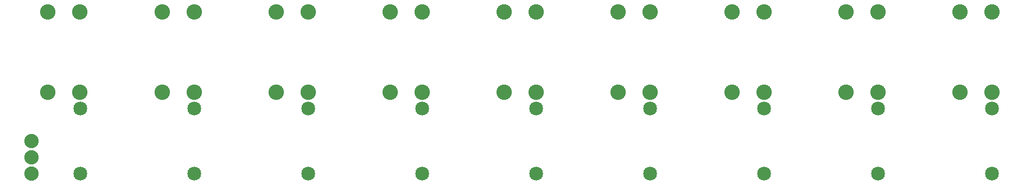
<source format=gbs>
G04 MADE WITH FRITZING*
G04 WWW.FRITZING.ORG*
G04 DOUBLE SIDED*
G04 HOLES PLATED*
G04 CONTOUR ON CENTER OF CONTOUR VECTOR*
%ASAXBY*%
%FSLAX23Y23*%
%MOIN*%
%OFA0B0*%
%SFA1.0B1.0*%
%ADD10C,0.088000*%
%ADD11C,0.095000*%
%ADD12C,0.085000*%
%LNMASK0*%
G90*
G70*
G54D10*
X198Y416D03*
X198Y316D03*
X198Y216D03*
G54D11*
X6098Y1208D03*
X5901Y1208D03*
X5901Y716D03*
X6098Y716D03*
X5398Y1208D03*
X5201Y1208D03*
X5201Y716D03*
X5398Y716D03*
X3298Y1208D03*
X3101Y1208D03*
X3101Y716D03*
X3298Y716D03*
X3998Y1208D03*
X3801Y1208D03*
X3801Y716D03*
X3998Y716D03*
X4698Y1208D03*
X4501Y1208D03*
X4501Y716D03*
X4698Y716D03*
X2598Y1208D03*
X2401Y1208D03*
X2401Y716D03*
X2598Y716D03*
X1198Y1208D03*
X1001Y1208D03*
X1001Y716D03*
X1198Y716D03*
X1898Y1208D03*
X1701Y1208D03*
X1701Y716D03*
X1898Y716D03*
X495Y1208D03*
X298Y1208D03*
X298Y716D03*
X495Y716D03*
G54D12*
X498Y616D03*
X498Y216D03*
X6098Y616D03*
X6098Y216D03*
X5398Y616D03*
X5398Y216D03*
X4698Y616D03*
X4698Y216D03*
X3998Y616D03*
X3998Y216D03*
X3298Y616D03*
X3298Y216D03*
X1898Y616D03*
X1898Y216D03*
X2598Y616D03*
X2598Y216D03*
X1198Y616D03*
X1198Y216D03*
G04 End of Mask0*
M02*
</source>
